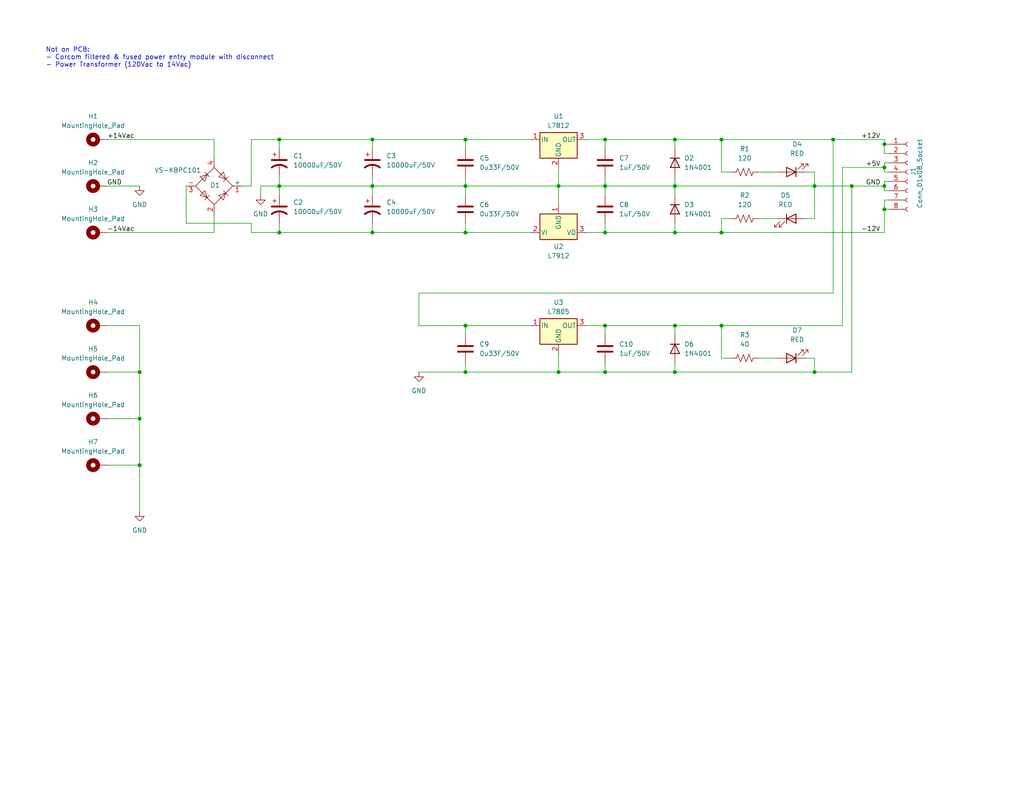
<source format=kicad_sch>
(kicad_sch (version 20231120) (generator "eeschema") (generator_version "8.0")
  (paper "USLetter")
  (title_block (title "Small PSU") (date "2024-12-15") (rev "1") (comment 1 "ZOE Module: PSU-001"))
  (lib_symbols
    (symbol "Connector:Conn_01x08_Socket" (pin_names (offset 1.016) hide)
      (property "Reference" "J" (at 0 10.16 0))
      (property "Value" "Conn_01x08_Socket" (at 0 -12.7 0))
      (symbol "Conn_01x08_Socket_1_1"
        (arc (start 0 -9.652) (mid -0.5058 -10.16) (end 0 -10.668) (stroke (width 0.1524)))
        (arc (start 0 -7.112) (mid -0.5058 -7.62) (end 0 -8.128) (stroke (width 0.1524)))
        (arc (start 0 -4.572) (mid -0.5058 -5.08) (end 0 -5.588) (stroke (width 0.1524)))
        (arc (start 0 -2.032) (mid -0.5058 -2.54) (end 0 -3.048) (stroke (width 0.1524)))
        (polyline (pts (xy -1.27 -10.16) (xy -0.508 -10.16)) (stroke (width 0.1524)))
        (polyline (pts (xy -1.27 -7.62) (xy -0.508 -7.62)) (stroke (width 0.1524)))
        (polyline (pts (xy -1.27 -5.08) (xy -0.508 -5.08)) (stroke (width 0.1524)))
        (polyline (pts (xy -1.27 -2.54) (xy -0.508 -2.54)) (stroke (width 0.1524)))
        (polyline (pts (xy -1.27 0) (xy -0.508 0)) (stroke (width 0.1524)))
        (polyline (pts (xy -1.27 2.54) (xy -0.508 2.54)) (stroke (width 0.1524)))
        (polyline (pts (xy -1.27 5.08) (xy -0.508 5.08)) (stroke (width 0.1524)))
        (polyline (pts (xy -1.27 7.62) (xy -0.508 7.62)) (stroke (width 0.1524)))
        (arc (start 0 0.508) (mid -0.5058 0) (end 0 -0.508) (stroke (width 0.1524)))
        (arc (start 0 3.048) (mid -0.5058 2.54) (end 0 2.032) (stroke (width 0.1524)))
        (arc (start 0 5.588) (mid -0.5058 5.08) (end 0 4.572) (stroke (width 0.1524)))
        (arc (start 0 8.128) (mid -0.5058 7.62) (end 0 7.112) (stroke (width 0.1524)))
        (pin passive line (at -5.08 7.62 0) (length 3.81) (name "Pin_1") (number "1"))
        (pin passive line (at -5.08 5.08 0) (length 3.81) (name "Pin_2") (number "2"))
        (pin passive line (at -5.08 2.54 0) (length 3.81) (name "Pin_3") (number "3"))
        (pin passive line (at -5.08 0 0) (length 3.81) (name "Pin_4") (number "4"))
        (pin passive line (at -5.08 -2.54 0) (length 3.81) (name "Pin_5") (number "5"))
        (pin passive line (at -5.08 -5.08 0) (length 3.81) (name "Pin_6") (number "6"))
        (pin passive line (at -5.08 -7.62 0) (length 3.81) (name "Pin_7") (number "7"))
        (pin passive line (at -5.08 -10.16 0) (length 3.81) (name "Pin_8") (number "8"))
      )
    )
    (symbol "Device:C" (pin_numbers hide) (pin_names (offset 0.254))
      (property "Reference" "C" (at 0.635 2.54 0))
      (property "Value" "C" (at 0.635 -2.54 0))
      (symbol "C_0_1"
        (polyline (pts (xy -2.032 -0.762) (xy 2.032 -0.762)) (stroke (width 0.508)))
        (polyline (pts (xy -2.032 0.762) (xy 2.032 0.762)) (stroke (width 0.508)))
      )
      (symbol "C_1_1"
        (pin passive line (at 0 3.81 270) (length 2.794) (name "~") (number "1"))
        (pin passive line (at 0 -3.81 90) (length 2.794) (name "~") (number "2"))
      )
    )
    (symbol "Device:C_Polarized_US" (pin_numbers hide) (pin_names (offset 0.254) hide)
      (property "Reference" "C" (at 0.635 2.54 0))
      (property "Value" "C_Polarized_US" (at 0.635 -2.54 0))
      (symbol "C_Polarized_US_0_1"
        (polyline (pts (xy -2.032 0.762) (xy 2.032 0.762)) (stroke (width 0.508)))
        (polyline (pts (xy -1.778 2.286) (xy -0.762 2.286)))
        (polyline (pts (xy -1.27 1.778) (xy -1.27 2.794)))
        (arc (start 2.032 -1.27) (mid 0 -0.5572) (end -2.032 -1.27) (stroke (width 0.508)))
      )
      (symbol "C_Polarized_US_1_1"
        (pin passive line (at 0 3.81 270) (length 2.794) (name "~") (number "1"))
        (pin passive line (at 0 -3.81 90) (length 3.302) (name "~") (number "2"))
      )
    )
    (symbol "Device:LED" (pin_numbers hide) (pin_names (offset 1.016) hide)
      (property "Reference" "D" (at 0 2.54 0))
      (property "Value" "LED" (at 0 -2.54 0))
      (symbol "LED_0_1"
        (polyline (pts (xy -1.27 -1.27) (xy -1.27 1.27)) (stroke (width 0.254)))
        (polyline (pts (xy -1.27 0) (xy 1.27 0)))
        (polyline (pts (xy 1.27 -1.27) (xy 1.27 1.27) (xy -1.27 0) (xy 1.27 -1.27)) (stroke (width 0.254)))
        (polyline (pts (xy -3.048 -0.762) (xy -4.572 -2.286) (xy -3.81 -2.286) (xy -4.572 -2.286) (xy -4.572 -1.524)))
        (polyline (pts (xy -1.778 -0.762) (xy -3.302 -2.286) (xy -2.54 -2.286) (xy -3.302 -2.286) (xy -3.302 -1.524)))
      )
      (symbol "LED_1_1"
        (pin passive line (at -3.81 0 0) (length 2.54) (name "K") (number "1"))
        (pin passive line (at 3.81 0 180) (length 2.54) (name "A") (number "2"))
      )
    )
    (symbol "Device:R_US" (pin_numbers hide) (pin_names (offset 0))
      (property "Reference" "R" (at 2.54 0 90))
      (property "Value" "R_US" (at -2.54 0 90))
      (symbol "R_US_0_1"
        (polyline (pts (xy 0 -2.286) (xy 0 -2.54)))
        (polyline (pts (xy 0 2.286) (xy 0 2.54)))
        (polyline (pts (xy 0 -0.762) (xy 1.016 -1.143) (xy 0 -1.524) (xy -1.016 -1.905) (xy 0 -2.286)))
        (polyline (pts (xy 0 0.762) (xy 1.016 0.381) (xy 0 0) (xy -1.016 -0.381) (xy 0 -0.762)))
        (polyline (pts (xy 0 2.286) (xy 1.016 1.905) (xy 0 1.524) (xy -1.016 1.143) (xy 0 0.762)))
      )
      (symbol "R_US_1_1"
        (pin passive line (at 0 3.81 270) (length 1.27) (name "~") (number "1"))
        (pin passive line (at 0 -3.81 90) (length 1.27) (name "~") (number "2"))
      )
    )
    (symbol "Diode:1N4001" (pin_numbers hide) (pin_names hide)
      (property "Reference" "D" (at 0 2.54 0))
      (property "Value" "1N4001" (at 0 -2.54 0))
      (symbol "1N4001_0_1"
        (polyline (pts (xy -1.27 1.27) (xy -1.27 -1.27)) (stroke (width 0.254)))
        (polyline (pts (xy 1.27 0) (xy -1.27 0)))
        (polyline (pts (xy 1.27 1.27) (xy 1.27 -1.27) (xy -1.27 0) (xy 1.27 1.27)) (stroke (width 0.254)))
      )
      (symbol "1N4001_1_1"
        (pin passive line (at -3.81 0 0) (length 2.54) (name "K") (number "1"))
        (pin passive line (at 3.81 0 180) (length 2.54) (name "A") (number "2"))
      )
    )
    (symbol "Diode_Bridge:VS-KBPC101" (pin_names (offset 0))
      (property "Reference" "D" (at 2.54 6.985 0))
      (property "Value" "VS-KBPC101" (at 2.54 5.08 0))
      (symbol "VS-KBPC101_0_1"
        (polyline (pts (xy -2.54 3.81) (xy -1.27 2.54)))
        (polyline (pts (xy -1.27 -2.54) (xy -2.54 -3.81)))
        (polyline (pts (xy 2.54 -1.27) (xy 3.81 -2.54)))
        (polyline (pts (xy 2.54 1.27) (xy 3.81 2.54)))
        (polyline (pts (xy -3.81 2.54) (xy -2.54 1.27) (xy -1.905 3.175) (xy -3.81 2.54)))
        (polyline (pts (xy -2.54 -1.27) (xy -3.81 -2.54) (xy -1.905 -3.175) (xy -2.54 -1.27)))
        (polyline (pts (xy 1.27 2.54) (xy 2.54 3.81) (xy 3.175 1.905) (xy 1.27 2.54)))
        (polyline (pts (xy 3.175 -1.905) (xy 1.27 -2.54) (xy 2.54 -3.81) (xy 3.175 -1.905)))
        (polyline (pts (xy -5.08 0) (xy 0 -5.08) (xy 5.08 0) (xy 0 5.08) (xy -5.08 0)))
      )
      (symbol "VS-KBPC101_1_1"
        (pin passive line (at 7.62 0 180) (length 2.54) (name "+") (number "1"))
        (pin passive line (at 0 -7.62 90) (length 2.54) (name "~") (number "2"))
        (pin passive line (at -7.62 0 0) (length 2.54) (name "-") (number "3"))
        (pin passive line (at 0 7.62 270) (length 2.54) (name "~") (number "4"))
      )
    )
    (symbol "Mechanical:MountingHole_Pad" (pin_numbers hide) (pin_names (offset 1.016) hide) (exclude_from_sim yes) (in_bom no)
      (property "Reference" "H" (at 0 6.35 0))
      (property "Value" "MountingHole_Pad" (at 0 4.445 0))
      (symbol "MountingHole_Pad_0_1"
        (circle (center 0 1.27) (radius 1.27) (stroke (width 1.27)))
      )
      (symbol "MountingHole_Pad_1_1"
        (pin input line (at 0 -2.54 90) (length 2.54) (name "1") (number "1"))
      )
    )
    (symbol "Regulator_Linear:L7805" (pin_names (offset 0.254))
      (property "Reference" "U" (at -3.81 3.175 0))
      (property "Value" "L7805" (at 0 3.175 0))
      (symbol "L7805_0_1"
        (rectangle (start -5.08 1.905) (end 5.08 -5.08) (stroke (width 0.254)) (fill (type background)))
      )
      (symbol "L7805_1_1"
        (pin power_in line (at -7.62 0 0) (length 2.54) (name "IN") (number "1"))
        (pin power_in line (at 0 -7.62 90) (length 2.54) (name "GND") (number "2"))
        (pin power_out line (at 7.62 0 180) (length 2.54) (name "OUT") (number "3"))
      )
    )
    (symbol "Regulator_Linear:L7812" (pin_names (offset 0.254))
      (property "Reference" "U" (at -3.81 3.175 0))
      (property "Value" "L7812" (at 0 3.175 0))
      (symbol "L7812_0_1"
        (rectangle (start -5.08 1.905) (end 5.08 -5.08) (stroke (width 0.254)) (fill (type background)))
      )
      (symbol "L7812_1_1"
        (pin power_in line (at -7.62 0 0) (length 2.54) (name "IN") (number "1"))
        (pin power_in line (at 0 -7.62 90) (length 2.54) (name "GND") (number "2"))
        (pin power_out line (at 7.62 0 180) (length 2.54) (name "OUT") (number "3"))
      )
    )
    (symbol "Regulator_Linear:L7912" (pin_names (offset 0.254))
      (property "Reference" "U" (at -3.81 -3.175 0))
      (property "Value" "L7912" (at 0 -3.175 0))
      (symbol "L7912_0_1"
        (rectangle (start -5.08 5.08) (end 5.08 -1.905) (stroke (width 0.254)) (fill (type background)))
      )
      (symbol "L7912_1_1"
        (pin power_in line (at 0 7.62 270) (length 2.54) (name "GND") (number "1"))
        (pin power_in line (at -7.62 0 0) (length 2.54) (name "VI") (number "2"))
        (pin power_out line (at 7.62 0 180) (length 2.54) (name "VO") (number "3"))
      )
    )
    (symbol "power:GND" (power) (pin_numbers hide) (pin_names (offset 0) hide)
      (property "Value" "GND" (at 0 -3.81 0))
      (symbol "GND_0_1"
        (polyline (pts (xy 0 0) (xy 0 -1.27) (xy 1.27 -1.27) (xy 0 -2.54) (xy -1.27 -1.27) (xy 0 -1.27)))
      )
      (symbol "GND_1_1"
        (pin power_in line (at 0 0 270) (length 0) (name "~") (number "1"))
      )
    )
  )
  (junction (at 101.6 50.8))
  (junction (at 38.1 127))
  (junction (at 241.3 45.72))
  (junction (at 127 63.5))
  (junction (at 76.2 38.1))
  (junction (at 222.25 101.6))
  (junction (at 184.15 63.5))
  (junction (at 165.1 101.6))
  (junction (at 165.1 50.8))
  (junction (at 241.3 39.37))
  (junction (at 38.1 101.6))
  (junction (at 184.15 38.1))
  (junction (at 222.25 50.8))
  (junction (at 127 88.9))
  (junction (at 196.85 88.9))
  (junction (at 76.2 50.8))
  (junction (at 152.4 50.8))
  (junction (at 227.33 38.1))
  (junction (at 127 101.6))
  (junction (at 152.4 101.6))
  (junction (at 101.6 38.1))
  (junction (at 165.1 88.9))
  (junction (at 38.1 114.3))
  (junction (at 184.15 101.6))
  (junction (at 241.3 57.15))
  (junction (at 165.1 63.5))
  (junction (at 196.85 63.5))
  (junction (at 241.3 50.8))
  (junction (at 127 50.8))
  (junction (at 127 38.1))
  (junction (at 76.2 63.5))
  (junction (at 232.41 50.8))
  (junction (at 196.85 38.1))
  (junction (at 184.15 50.8))
  (junction (at 165.1 38.1))
  (junction (at 101.6 63.5))
  (junction (at 184.15 88.9))
  (wire (pts (xy 101.6 50.8) (xy 127 50.8)))
  (wire (pts (xy 38.1 101.6) (xy 38.1 88.9)))
  (wire (pts (xy 160.02 88.9) (xy 165.1 88.9)))
  (wire (pts (xy 114.3 88.9) (xy 114.3 80.01)))
  (wire (pts (xy 127 101.6) (xy 152.4 101.6)))
  (wire (pts (xy 229.87 45.72) (xy 229.87 88.9)))
  (wire (pts (xy 76.2 48.26) (xy 76.2 50.8)))
  (wire (pts (xy 76.2 60.96) (xy 76.2 63.5)))
  (wire (pts (xy 199.39 46.99) (xy 196.85 46.99)))
  (wire (pts (xy 38.1 88.9) (xy 29.21 88.9)))
  (wire (pts (xy 184.15 101.6) (xy 184.15 99.06)))
  (wire (pts (xy 152.4 50.8) (xy 152.4 55.88)))
  (wire (pts (xy 184.15 63.5) (xy 196.85 63.5)))
  (wire (pts (xy 184.15 50.8) (xy 184.15 53.34)))
  (wire (pts (xy 152.4 96.52) (xy 152.4 101.6)))
  (wire (pts (xy 165.1 88.9) (xy 184.15 88.9)))
  (wire (pts (xy 101.6 38.1) (xy 101.6 40.64)))
  (wire (pts (xy 29.21 114.3) (xy 38.1 114.3)))
  (wire (pts (xy 165.1 88.9) (xy 165.1 91.44)))
  (wire (pts (xy 199.39 59.69) (xy 196.85 59.69)))
  (wire (pts (xy 38.1 114.3) (xy 38.1 101.6)))
  (wire (pts (xy 127 63.5) (xy 127 60.96)))
  (wire (pts (xy 71.12 50.8) (xy 76.2 50.8)))
  (wire (pts (xy 101.6 63.5) (xy 101.6 60.96)))
  (wire (pts (xy 222.25 101.6) (xy 222.25 97.79)))
  (wire (pts (xy 76.2 38.1) (xy 101.6 38.1)))
  (wire (pts (xy 38.1 127) (xy 38.1 139.7)))
  (wire (pts (xy 165.1 48.26) (xy 165.1 50.8)))
  (wire (pts (xy 114.3 80.01) (xy 227.33 80.01)))
  (wire (pts (xy 29.21 38.1) (xy 58.42 38.1)))
  (wire (pts (xy 241.3 38.1) (xy 241.3 39.37)))
  (wire (pts (xy 165.1 101.6) (xy 184.15 101.6)))
  (wire (pts (xy 127 88.9) (xy 144.78 88.9)))
  (wire (pts (xy 50.8 60.96) (xy 68.58 60.96)))
  (wire (pts (xy 184.15 88.9) (xy 184.15 91.44)))
  (wire (pts (xy 196.85 38.1) (xy 184.15 38.1)))
  (wire (pts (xy 241.3 39.37) (xy 242.57 39.37)))
  (wire (pts (xy 196.85 59.69) (xy 196.85 63.5)))
  (wire (pts (xy 165.1 50.8) (xy 165.1 53.34)))
  (wire (pts (xy 165.1 60.96) (xy 165.1 63.5)))
  (wire (pts (xy 71.12 50.8) (xy 71.12 53.34)))
  (wire (pts (xy 152.4 45.72) (xy 152.4 50.8)))
  (wire (pts (xy 241.3 52.07) (xy 242.57 52.07)))
  (wire (pts (xy 58.42 63.5) (xy 58.42 58.42)))
  (wire (pts (xy 127 38.1) (xy 127 40.64)))
  (wire (pts (xy 29.21 50.8) (xy 38.1 50.8)))
  (wire (pts (xy 219.71 59.69) (xy 222.25 59.69)))
  (wire (pts (xy 29.21 63.5) (xy 58.42 63.5)))
  (wire (pts (xy 207.01 97.79) (xy 212.09 97.79)))
  (wire (pts (xy 101.6 50.8) (xy 101.6 53.34)))
  (wire (pts (xy 222.25 97.79) (xy 219.71 97.79)))
  (wire (pts (xy 68.58 63.5) (xy 76.2 63.5)))
  (wire (pts (xy 241.3 50.8) (xy 241.3 52.07)))
  (wire (pts (xy 38.1 127) (xy 38.1 114.3)))
  (wire (pts (xy 229.87 45.72) (xy 241.3 45.72)))
  (wire (pts (xy 196.85 88.9) (xy 229.87 88.9)))
  (wire (pts (xy 152.4 101.6) (xy 165.1 101.6)))
  (wire (pts (xy 184.15 38.1) (xy 184.15 40.64)))
  (wire (pts (xy 241.3 49.53) (xy 242.57 49.53)))
  (wire (pts (xy 101.6 63.5) (xy 127 63.5)))
  (wire (pts (xy 101.6 48.26) (xy 101.6 50.8)))
  (wire (pts (xy 76.2 50.8) (xy 76.2 53.34)))
  (wire (pts (xy 196.85 38.1) (xy 227.33 38.1)))
  (wire (pts (xy 66.04 50.8) (xy 68.58 50.8)))
  (wire (pts (xy 68.58 50.8) (xy 68.58 38.1)))
  (wire (pts (xy 127 88.9) (xy 127 91.44)))
  (wire (pts (xy 184.15 63.5) (xy 184.15 60.96)))
  (wire (pts (xy 165.1 50.8) (xy 184.15 50.8)))
  (wire (pts (xy 241.3 44.45) (xy 242.57 44.45)))
  (wire (pts (xy 68.58 60.96) (xy 68.58 63.5)))
  (wire (pts (xy 222.25 101.6) (xy 232.41 101.6)))
  (wire (pts (xy 232.41 50.8) (xy 241.3 50.8)))
  (wire (pts (xy 127 50.8) (xy 127 53.34)))
  (wire (pts (xy 165.1 38.1) (xy 184.15 38.1)))
  (wire (pts (xy 241.3 45.72) (xy 241.3 46.99)))
  (wire (pts (xy 241.3 41.91) (xy 242.57 41.91)))
  (wire (pts (xy 184.15 50.8) (xy 222.25 50.8)))
  (wire (pts (xy 241.3 46.99) (xy 242.57 46.99)))
  (wire (pts (xy 58.42 38.1) (xy 58.42 43.18)))
  (wire (pts (xy 241.3 57.15) (xy 241.3 63.5)))
  (wire (pts (xy 76.2 38.1) (xy 76.2 40.64)))
  (wire (pts (xy 68.58 38.1) (xy 76.2 38.1)))
  (wire (pts (xy 165.1 63.5) (xy 184.15 63.5)))
  (wire (pts (xy 184.15 50.8) (xy 184.15 48.26)))
  (wire (pts (xy 127 50.8) (xy 127 48.26)))
  (wire (pts (xy 222.25 50.8) (xy 222.25 59.69)))
  (wire (pts (xy 165.1 101.6) (xy 165.1 99.06)))
  (wire (pts (xy 127 63.5) (xy 144.78 63.5)))
  (wire (pts (xy 114.3 88.9) (xy 127 88.9)))
  (wire (pts (xy 152.4 50.8) (xy 165.1 50.8)))
  (wire (pts (xy 127 38.1) (xy 144.78 38.1)))
  (wire (pts (xy 232.41 101.6) (xy 232.41 50.8)))
  (wire (pts (xy 101.6 38.1) (xy 127 38.1)))
  (wire (pts (xy 196.85 46.99) (xy 196.85 38.1)))
  (wire (pts (xy 29.21 101.6) (xy 38.1 101.6)))
  (wire (pts (xy 127 50.8) (xy 152.4 50.8)))
  (wire (pts (xy 165.1 38.1) (xy 165.1 40.64)))
  (wire (pts (xy 222.25 50.8) (xy 232.41 50.8)))
  (wire (pts (xy 160.02 63.5) (xy 165.1 63.5)))
  (wire (pts (xy 207.01 46.99) (xy 212.09 46.99)))
  (wire (pts (xy 207.01 59.69) (xy 212.09 59.69)))
  (wire (pts (xy 127 101.6) (xy 127 99.06)))
  (wire (pts (xy 227.33 38.1) (xy 241.3 38.1)))
  (wire (pts (xy 76.2 63.5) (xy 101.6 63.5)))
  (wire (pts (xy 219.71 46.99) (xy 222.25 46.99)))
  (wire (pts (xy 114.3 101.6) (xy 127 101.6)))
  (wire (pts (xy 196.85 63.5) (xy 241.3 63.5)))
  (wire (pts (xy 227.33 80.01) (xy 227.33 38.1)))
  (wire (pts (xy 241.3 44.45) (xy 241.3 45.72)))
  (wire (pts (xy 241.3 54.61) (xy 241.3 57.15)))
  (wire (pts (xy 241.3 57.15) (xy 242.57 57.15)))
  (wire (pts (xy 184.15 101.6) (xy 222.25 101.6)))
  (wire (pts (xy 241.3 49.53) (xy 241.3 50.8)))
  (wire (pts (xy 199.39 97.79) (xy 196.85 97.79)))
  (wire (pts (xy 160.02 38.1) (xy 165.1 38.1)))
  (wire (pts (xy 196.85 97.79) (xy 196.85 88.9)))
  (wire (pts (xy 222.25 46.99) (xy 222.25 50.8)))
  (wire (pts (xy 29.21 127) (xy 38.1 127)))
  (wire (pts (xy 76.2 50.8) (xy 101.6 50.8)))
  (wire (pts (xy 241.3 39.37) (xy 241.3 41.91)))
  (wire (pts (xy 241.3 54.61) (xy 242.57 54.61)))
  (wire (pts (xy 184.15 88.9) (xy 196.85 88.9)))
  (wire (pts (xy 50.8 50.8) (xy 50.8 60.96)))
  (text "Not on PCB:\n- Corcom filtered & fused power entry module with disconnect\n- Power Transformer (120Vac to 14Vac)\n" (at 12.446 15.748 0) (effects (font (size 1.27 1.27)) (justify left)))
  (label "+12V" (at 234.95 38.1 0))
  (label "+14Vac" (at 29.21 38.1 0))
  (label "-12V" (at 234.95 63.5 0))
  (label "+5V" (at 236.22 45.72 0))
  (label "-14Vac" (at 29.21 63.5 0))
  (label "GND" (at 236.22 50.8 0))
  (label "GND" (at 29.21 50.8 0))
  (symbol (lib_id "Diode:1N4001") (at 184.15 44.45 270) (unit 1)
    (property "Reference" "D2" (at 186.69 43.1799 90) (effects (justify left)))
    (property "Value" "1N4001" (at 186.69 45.7199 90) (effects (justify left)))
    (property "Footprint" "Diode_THT:D_DO-41_SOD81_P10.16mm_Horizontal" (effects (hide yes)))
    (property "Datasheet" "http://www.vishay.com/docs/88503/1n4001.pdf" (effects (hide yes)))
    (property "Description" "50V 1A General Purpose Rectifier Diode, DO-41" (effects (hide yes)))
    (property "Sim.Device" "D" (effects (hide yes)))
    (property "Sim.Pins" "1=K 2=A" (effects (hide yes)))
  )
  (symbol (lib_id "power:GND") (at 114.3 101.6 0) (unit 1)
    (property "Reference" "#PWR03" (effects (hide yes)))
    (property "Value" "GND" (at 114.3 106.68 0))
    (property "Description" "Power symbol creates a global label with name \"GND\" , ground" (effects (hide yes)))
  )
  (symbol (lib_id "Regulator_Linear:L7912") (at 152.4 63.5 0) (unit 1)
    (property "Reference" "U2" (at 152.4 67.31 0))
    (property "Value" "L7912" (at 152.4 69.85 0))
    (property "Footprint" "Package_TO_SOT_THT:TO-220-3_Vertical" (effects (hide yes)))
    (property "Datasheet" "http://www.st.com/content/ccc/resource/technical/document/datasheet/c9/16/86/41/c7/2b/45/f2/CD00000450.pdf/files/CD00000450.pdf/jcr:content/translations/en.CD00000450.pdf" (effects (hide yes)))
    (property "Description" "Negative 1.5A 35V Linear Regulator, Fixed Output -12V, TO-220/TO-263" (effects (hide yes)))
  )
  (symbol (lib_id "Device:R_US") (at 203.2 97.79 90) (unit 1)
    (property "Reference" "R3" (at 203.2 91.44 90))
    (property "Value" "40" (at 203.2 93.98 90))
    (property "Footprint" "Resistor_THT:R_Axial_DIN0207_L6.3mm_D2.5mm_P10.16mm_Horizontal" (effects (hide yes)))
    (property "Description" "Resistor, US symbol" (effects (hide yes)))
  )
  (symbol (lib_id "Device:C_Polarized_US") (at 101.6 57.15 0) (unit 1)
    (property "Reference" "C4" (at 105.41 55.2449 0) (effects (justify left)))
    (property "Value" "10000uF/50V" (at 105.41 57.7849 0) (effects (justify left)))
    (property "Footprint" "Capacitor_THT:CP_Radial_D12.5mm_P5.00mm" (effects (hide yes)))
    (property "Description" "Polarized capacitor, US symbol" (effects (hide yes)))
  )
  (symbol (lib_id "Device:C") (at 127 57.15 0) (unit 1)
    (property "Reference" "C6" (at 130.81 55.8799 0) (effects (justify left)))
    (property "Value" "0u33F/50V" (at 130.81 58.4199 0) (effects (justify left)))
    (property "Footprint" "Capacitor_THT:C_Rect_L9.0mm_W2.5mm_P7.50mm_MKT" (effects (hide yes)))
    (property "Description" "Unpolarized capacitor" (effects (hide yes)))
  )
  (symbol (lib_id "Connector:Conn_01x08_Socket") (at 247.65 46.99 0) (unit 1)
    (property "Reference" "J1" (at 249.174 48.006 90) (effects (justify left)))
    (property "Value" "Conn_01x08_Socket" (at 250.952 56.896 90) (effects (justify left)))
    (property "Footprint" "Connector_PinSocket_2.54mm:PinSocket_1x08_P2.54mm_Horizontal" (effects (hide yes)))
  )
  (symbol (lib_id "Device:R_US") (at 203.2 46.99 90) (unit 1)
    (property "Reference" "R1" (at 203.2 40.64 90))
    (property "Value" "120" (at 203.2 43.18 90))
    (property "Footprint" "Resistor_THT:R_Axial_DIN0207_L6.3mm_D2.5mm_P10.16mm_Horizontal" (effects (hide yes)))
    (property "Description" "Resistor, US symbol" (effects (hide yes)))
  )
  (symbol (lib_id "Diode:1N4001") (at 184.15 57.15 270) (unit 1)
    (property "Reference" "D3" (at 186.69 55.8799 90) (effects (justify left)))
    (property "Value" "1N4001" (at 186.69 58.4199 90) (effects (justify left)))
    (property "Footprint" "Diode_THT:D_DO-41_SOD81_P10.16mm_Horizontal" (effects (hide yes)))
    (property "Datasheet" "http://www.vishay.com/docs/88503/1n4001.pdf" (effects (hide yes)))
    (property "Description" "50V 1A General Purpose Rectifier Diode, DO-41" (effects (hide yes)))
    (property "Sim.Device" "D" (effects (hide yes)))
    (property "Sim.Pins" "1=K 2=A" (effects (hide yes)))
  )
  (symbol (lib_id "Mechanical:MountingHole_Pad") (at 26.67 101.6 90) (unit 1) (exclude_from_sim yes) (in_bom no)
    (property "Reference" "H5" (at 25.4 95.25 90))
    (property "Value" "MountingHole_Pad" (at 25.4 97.79 90))
    (property "Footprint" "MountingHole:MountingHole_3.5mm_Pad_Via" (effects (hide yes)))
    (property "Description" "Mounting Hole with connection" (effects (hide yes)))
  )
  (symbol (lib_id "Mechanical:MountingHole_Pad") (at 26.67 38.1 90) (unit 1) (exclude_from_sim yes) (in_bom no)
    (property "Reference" "H1" (at 25.4 31.75 90))
    (property "Value" "MountingHole_Pad" (at 25.4 34.29 90))
    (property "Footprint" "MountingHole:MountingHole_3.5mm_Pad_Via" (effects (hide yes)))
    (property "Description" "Mounting Hole with connection" (effects (hide yes)))
  )
  (symbol (lib_id "power:GND") (at 71.12 53.34 0) (unit 1)
    (property "Reference" "#PWR02" (effects (hide yes)))
    (property "Value" "GND" (at 71.12 58.42 0))
    (property "Description" "Power symbol creates a global label with name \"GND\" , ground" (effects (hide yes)))
  )
  (symbol (lib_id "power:GND") (at 38.1 50.8 0) (unit 1)
    (property "Reference" "#PWR01" (effects (hide yes)))
    (property "Value" "GND" (at 38.1 55.88 0))
    (property "Description" "Power symbol creates a global label with name \"GND\" , ground" (effects (hide yes)))
  )
  (symbol (lib_id "Regulator_Linear:L7805") (at 152.4 88.9 0) (unit 1)
    (property "Reference" "U3" (at 152.4 82.55 0))
    (property "Value" "L7805" (at 152.4 85.09 0))
    (property "Footprint" "Package_TO_SOT_THT:TO-220-3_Vertical" (effects (hide yes)))
    (property "Datasheet" "http://www.st.com/content/ccc/resource/technical/document/datasheet/41/4f/b3/b0/12/d4/47/88/CD00000444.pdf/files/CD00000444.pdf/jcr:content/translations/en.CD00000444.pdf" (effects (hide yes)))
    (property "Description" "Positive 1.5A 35V Linear Regulator, Fixed Output 5V, TO-220/TO-263/TO-252" (effects (hide yes)))
  )
  (symbol (lib_id "Device:R_US") (at 203.2 59.69 90) (unit 1)
    (property "Reference" "R2" (at 203.2 53.34 90))
    (property "Value" "120" (at 203.2 55.88 90))
    (property "Footprint" "Resistor_THT:R_Axial_DIN0207_L6.3mm_D2.5mm_P10.16mm_Horizontal" (effects (hide yes)))
    (property "Description" "Resistor, US symbol" (effects (hide yes)))
  )
  (symbol (lib_id "Diode:1N4001") (at 184.15 95.25 270) (unit 1)
    (property "Reference" "D6" (at 186.69 93.9799 90) (effects (justify left)))
    (property "Value" "1N4001" (at 186.69 96.5199 90) (effects (justify left)))
    (property "Footprint" "Diode_THT:D_DO-41_SOD81_P10.16mm_Horizontal" (effects (hide yes)))
    (property "Datasheet" "http://www.vishay.com/docs/88503/1n4001.pdf" (effects (hide yes)))
    (property "Description" "50V 1A General Purpose Rectifier Diode, DO-41" (effects (hide yes)))
    (property "Sim.Device" "D" (effects (hide yes)))
    (property "Sim.Pins" "1=K 2=A" (effects (hide yes)))
  )
  (symbol (lib_id "Mechanical:MountingHole_Pad") (at 26.67 63.5 90) (unit 1) (exclude_from_sim yes) (in_bom no)
    (property "Reference" "H3" (at 25.4 57.15 90))
    (property "Value" "MountingHole_Pad" (at 25.4 59.69 90))
    (property "Footprint" "MountingHole:MountingHole_3.5mm_Pad_Via" (effects (hide yes)))
    (property "Description" "Mounting Hole with connection" (effects (hide yes)))
  )
  (symbol (lib_id "Mechanical:MountingHole_Pad") (at 26.67 50.8 90) (unit 1) (exclude_from_sim yes) (in_bom no)
    (property "Reference" "H2" (at 25.4 44.45 90))
    (property "Value" "MountingHole_Pad" (at 25.4 46.99 90))
    (property "Footprint" "MountingHole:MountingHole_3.5mm_Pad_Via" (effects (hide yes)))
    (property "Description" "Mounting Hole with connection" (effects (hide yes)))
  )
  (symbol (lib_id "Mechanical:MountingHole_Pad") (at 26.67 114.3 90) (unit 1) (exclude_from_sim yes) (in_bom no)
    (property "Reference" "H6" (at 25.4 107.95 90))
    (property "Value" "MountingHole_Pad" (at 25.4 110.49 90))
    (property "Footprint" "MountingHole:MountingHole_3.5mm_Pad_Via" (effects (hide yes)))
    (property "Description" "Mounting Hole with connection" (effects (hide yes)))
  )
  (symbol (lib_id "Device:LED") (at 215.9 59.69 0) (unit 1)
    (property "Reference" "D5" (at 214.3125 53.34 0))
    (property "Value" "RED" (at 214.3125 55.88 0))
    (property "Footprint" "LED_THT:LED_D5.0mm" (effects (hide yes)))
    (property "Description" "Light emitting diode" (effects (hide yes)))
  )
  (symbol (lib_id "power:GND") (at 38.1 139.7 0) (unit 1)
    (property "Reference" "#PWR04" (effects (hide yes)))
    (property "Value" "GND" (at 38.1 144.78 0))
    (property "Description" "Power symbol creates a global label with name \"GND\" , ground" (effects (hide yes)))
  )
  (symbol (lib_id "Mechanical:MountingHole_Pad") (at 26.67 127 90) (unit 1) (exclude_from_sim yes) (in_bom no)
    (property "Reference" "H7" (at 25.4 120.65 90))
    (property "Value" "MountingHole_Pad" (at 25.4 123.19 90))
    (property "Footprint" "MountingHole:MountingHole_3.5mm_Pad_Via" (effects (hide yes)))
    (property "Description" "Mounting Hole with connection" (effects (hide yes)))
  )
  (symbol (lib_id "Diode_Bridge:VS-KBPC101") (at 58.42 50.8 0) (unit 1)
    (property "Reference" "D1" (at 58.674 50.546 0))
    (property "Value" "VS-KBPC101" (at 48.514 46.482 0))
    (property "Footprint" "Diode_THT:Diode_Bridge_Vishay_KBPC1" (effects (hide yes)))
    (property "Datasheet" "http://www.vishay.com/docs/93585/vs-kbpc1series.pdf" (effects (hide yes)))
    (property "Description" "Single-Phase Bridge Rectifier, 40V Vrms, 3.0A If, KBPC1 package" (effects (hide yes)))
  )
  (symbol (lib_id "Device:C_Polarized_US") (at 101.6 44.45 0) (unit 1)
    (property "Reference" "C3" (at 105.41 42.5449 0) (effects (justify left)))
    (property "Value" "10000uF/50V" (at 105.41 45.0849 0) (effects (justify left)))
    (property "Footprint" "Capacitor_THT:CP_Radial_D12.5mm_P5.00mm" (effects (hide yes)))
    (property "Description" "Polarized capacitor, US symbol" (effects (hide yes)))
  )
  (symbol (lib_id "Device:C") (at 165.1 44.45 0) (unit 1)
    (property "Reference" "C7" (at 168.91 43.1799 0) (effects (justify left)))
    (property "Value" "1uF/50V" (at 168.91 45.7199 0) (effects (justify left)))
    (property "Footprint" "Capacitor_THT:C_Rect_L9.0mm_W2.5mm_P7.50mm_MKT" (effects (hide yes)))
    (property "Description" "Unpolarized capacitor" (effects (hide yes)))
  )
  (symbol (lib_id "Device:C_Polarized_US") (at 76.2 57.15 0) (unit 1)
    (property "Reference" "C2" (at 80.01 55.2449 0) (effects (justify left)))
    (property "Value" "10000uF/50V" (at 80.01 57.7849 0) (effects (justify left)))
    (property "Footprint" "Capacitor_THT:CP_Radial_D12.5mm_P5.00mm" (effects (hide yes)))
    (property "Description" "Polarized capacitor, US symbol" (effects (hide yes)))
  )
  (symbol (lib_id "Device:C") (at 127 44.45 0) (unit 1)
    (property "Reference" "C5" (at 130.81 43.1799 0) (effects (justify left)))
    (property "Value" "0u33F/50V" (at 130.81 45.7199 0) (effects (justify left)))
    (property "Footprint" "Capacitor_THT:C_Rect_L9.0mm_W2.5mm_P7.50mm_MKT" (effects (hide yes)))
    (property "Description" "Unpolarized capacitor" (effects (hide yes)))
  )
  (symbol (lib_id "Mechanical:MountingHole_Pad") (at 26.67 88.9 90) (unit 1) (exclude_from_sim yes) (in_bom no)
    (property "Reference" "H4" (at 25.4 82.55 90))
    (property "Value" "MountingHole_Pad" (at 25.4 85.09 90))
    (property "Footprint" "MountingHole:MountingHole_3.5mm_Pad_Via" (effects (hide yes)))
    (property "Description" "Mounting Hole with connection" (effects (hide yes)))
  )
  (symbol (lib_id "Device:C") (at 127 95.25 0) (unit 1)
    (property "Reference" "C9" (at 130.81 93.9799 0) (effects (justify left)))
    (property "Value" "0u33F/50V" (at 130.81 96.5199 0) (effects (justify left)))
    (property "Footprint" "Capacitor_THT:C_Rect_L9.0mm_W2.5mm_P7.50mm_MKT" (effects (hide yes)))
    (property "Description" "Unpolarized capacitor" (effects (hide yes)))
  )
  (symbol (lib_id "Device:LED") (at 215.9 97.79 180) (unit 1)
    (property "Reference" "D7" (at 217.4875 90.17 0))
    (property "Value" "RED" (at 217.4875 92.71 0))
    (property "Footprint" "LED_THT:LED_D5.0mm" (effects (hide yes)))
    (property "Description" "Light emitting diode" (effects (hide yes)))
  )
  (symbol (lib_id "Device:C") (at 165.1 95.25 0) (unit 1)
    (property "Reference" "C10" (at 168.91 93.9799 0) (effects (justify left)))
    (property "Value" "1uF/50V" (at 168.91 96.5199 0) (effects (justify left)))
    (property "Footprint" "Capacitor_THT:C_Rect_L9.0mm_W2.5mm_P7.50mm_MKT" (effects (hide yes)))
    (property "Description" "Unpolarized capacitor" (effects (hide yes)))
  )
  (symbol (lib_id "Device:LED") (at 215.9 46.99 180) (unit 1)
    (property "Reference" "D4" (at 217.4875 39.37 0))
    (property "Value" "RED" (at 217.4875 41.91 0))
    (property "Footprint" "LED_THT:LED_D5.0mm" (effects (hide yes)))
    (property "Description" "Light emitting diode" (effects (hide yes)))
  )
  (symbol (lib_id "Device:C") (at 165.1 57.15 0) (unit 1)
    (property "Reference" "C8" (at 168.91 55.8799 0) (effects (justify left)))
    (property "Value" "1uF/50V" (at 168.91 58.4199 0) (effects (justify left)))
    (property "Footprint" "Capacitor_THT:C_Rect_L9.0mm_W2.5mm_P7.50mm_MKT" (effects (hide yes)))
    (property "Description" "Unpolarized capacitor" (effects (hide yes)))
  )
  (symbol (lib_id "Regulator_Linear:L7812") (at 152.4 38.1 0) (unit 1)
    (property "Reference" "U1" (at 152.4 31.75 0))
    (property "Value" "L7812" (at 152.4 34.29 0))
    (property "Footprint" "Package_TO_SOT_THT:TO-220-3_Vertical" (effects (hide yes)))
    (property "Datasheet" "http://www.st.com/content/ccc/resource/technical/document/datasheet/41/4f/b3/b0/12/d4/47/88/CD00000444.pdf/files/CD00000444.pdf/jcr:content/translations/en.CD00000444.pdf" (effects (hide yes)))
    (property "Description" "Positive 1.5A 35V Linear Regulator, Fixed Output 12V, TO-220/TO-263/TO-252" (effects (hide yes)))
  )
  (symbol (lib_id "Device:C_Polarized_US") (at 76.2 44.45 0) (unit 1)
    (property "Reference" "C1" (at 80.01 42.5449 0) (effects (justify left)))
    (property "Value" "10000uF/50V" (at 80.01 45.0849 0) (effects (justify left)))
    (property "Footprint" "Capacitor_THT:CP_Radial_D12.5mm_P5.00mm" (effects (hide yes)))
    (property "Description" "Polarized capacitor, US symbol" (effects (hide yes)))
  )
)
</source>
